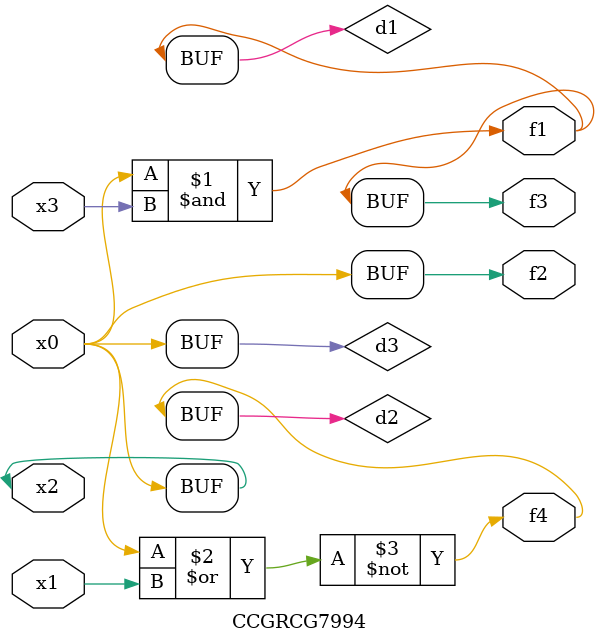
<source format=v>
module CCGRCG7994(
	input x0, x1, x2, x3,
	output f1, f2, f3, f4
);

	wire d1, d2, d3;

	and (d1, x2, x3);
	nor (d2, x0, x1);
	buf (d3, x0, x2);
	assign f1 = d1;
	assign f2 = d3;
	assign f3 = d1;
	assign f4 = d2;
endmodule

</source>
